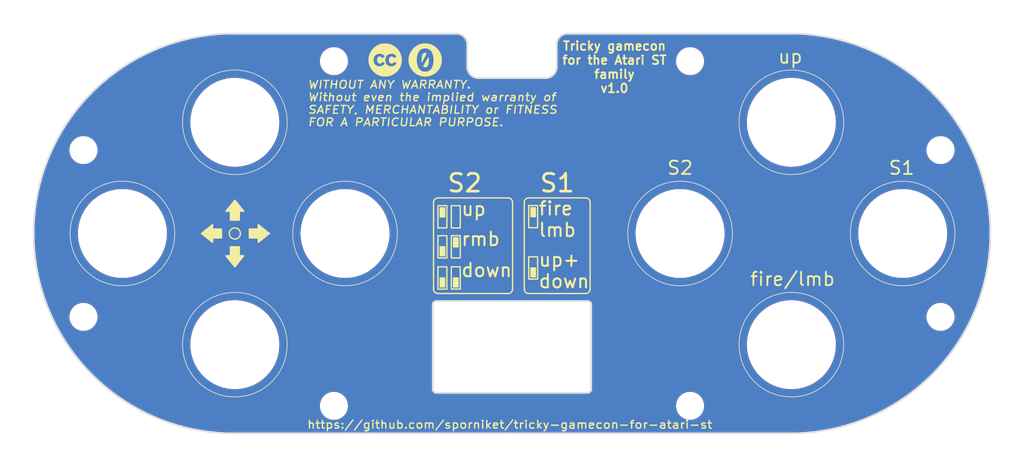
<source format=kicad_pcb>
(kicad_pcb (version 20221018) (generator pcbnew)
  (title_block (title "Tricky GAMe CONtroller for the Atari ST family -- Front plate") (date "2023-11-08") (rev "v1.0.0-RC1") (company "Sporniket") (comment 3 "https://github.com/sporniket/tricky-gamecon-for-atari-st--front") (comment 4 "Original repository"))
  (layers (0 "F.Cu" signal) (31 "B.Cu" signal) (34 "B.Paste" user) (35 "F.Paste" user) (36 "B.SilkS" user "B.Silkscreen") (37 "F.SilkS" user "F.Silkscreen") (38 "B.Mask" user) (39 "F.Mask" user) (44 "Edge.Cuts" user))
  (net 0 "")
  (net 1 "GND")
  (footprint "cliparts:logo--cc--cc" (layer "F.Cu") (at 74.422 100.838)
    (fp_text reference "G***" hide)
    (fp_text value "LOGO" hide)
    (fp_poly (pts (xy 0.181573 -1.88911) (xy 0.356543 -1.871074) (xy 0.516513 -1.837606) (xy 0.67123 -1.78662) (xy 0.830442 -1.716032) (xy 0.843643 -1.709487) (xy 1.070063 -1.576968) (xy 1.272256 -1.418939) (xy 1.448851 -1.23807) (xy 1.59848 -1.037032) (xy 1.719773 -0.818495) (xy 1.81136 -0.585129) (xy 1.871872 -0.339604) (xy 1.899941 -0.084591) (xy 1.894196 0.177239) (xy 1.878437 0.308429) (xy 1.853943 0.448409) (xy 1.825086 0.566605) (xy 1.787398 0.677514) (xy 1.736411 0.795637) (xy 1.71349 0.843643) (xy 1.594377 1.04822) (xy 1.445139 1.238044) (xy 1.270073 1.409836) (xy 1.073479 1.560318) (xy 0.859654 1.686213) (xy 0.632895 1.784243) (xy 0.397503 1.85113) (xy 0.390465 1.852598) (xy 0.274583 1.870164) (xy 0.137355 1.881003) (xy -0.009239 1.885001) (xy -0.153222 1.882044) (xy -0.282615 1.872018) (xy -0.362857 1.859794) (xy -0.608774 1.792389) (xy -0.84152 1.692819) (xy -1.058442 1.563648) (xy -1.256888 1.407438) (xy -1.434207 1.226752) (xy -1.587745 1.024153) (xy -1.714851 0.802205) (xy -1.812872 0.563469) (xy -1.855612 0.417286) (xy -1.881501 0.273424) (xy -1.894726 0.10788) (xy -1.895294 -0.034735) (xy -1.3212 -0.034735) (xy -1.318302 0.081038) (xy -1.290796 0.243029) (xy -1.237057 0.381658) (xy -1.155967 0.499747) (xy -1.150236 0.506209) (xy -1.04068 0.601841) (xy -0.911682 0.669965) (xy -0.768744 0.709424) (xy -0.617371 0.719062) (xy -0.463063 0.697722) (xy -0.371906 0.669772) (xy -0.295824 0.634434) (xy -0.224288 0.584414) (xy -0.149678 0.515804) (xy -0.098676 0.46176) (xy -0.05957 0.414453) (xy -0.038389 0.381431) (xy -0.036285 0.373837) (xy -0.052325 0.350606) (xy -0.096884 0.318213) (xy -0.164235 0.280736) (xy -0.292185 0.216302) (xy -0.368342 0.299837) (xy -0.428999 0.357355) (xy -0.486889 0.390111) (xy -0.522838 0.400697) (xy -0.618426 0.407074) (xy -0.70938 0.386575) (xy -0.783917 0.342107) (xy -0.792298 0.334209) (xy -0.846678 0.256777) (xy -0.883244 0.157152) (xy -0.901671 0.044798) (xy -0.901658 -0.000564) (xy 0.021925 -0.000564) (xy 0.032819 0.147536) (xy 0.067865 0.289005) (xy 0.127017 0.417388) (xy 0.210228 0.526226) (xy 0.228506 0.543934) (xy 0.349757 0.631795) (xy 0.487782 0.69001) (xy 0.637194 0.717665) (xy 0.792606 0.713848) (xy 0.948631 0.677644) (xy 0.970666 0.669772) (xy 1.046747 0.634434) (xy 1.118283 0.584414) (xy 1.192893 0.515804) (xy 1.243904 0.46171) (xy 1.283013 0.414289) (xy 1.304188 0.381114) (xy 1.306286 0.37346) (xy 1.29179 0.351835) (xy 1.254093 0.323517) (xy 1.201883 0.292771) (xy 1.143849 0.263861) (xy 1.088679 0.241053) (xy 1.04506 0.22861) (xy 1.021681 0.230797) (xy 1.02029 0.23308) (xy 1.003623 0.261215) (xy 0.972063 0.302343) (xy 0.959106 0.317537) (xy 0.886365 0.374553) (xy 0.797859 0.403743) (xy 0.702027 0.404313) (xy 0.607307 0.375471) (xy 0.569508 0.354149) (xy 0.517338 0.300429) (xy 0.476897 0.220085) (xy 0.449855 0.121353) (xy 0.43788 0.012473) (xy 0.442643 -0.098318) (xy 0.460246 -0.18494) (xy 0.503984 -0.281315) (xy 0.567876 -0.351762) (xy 0.645923 -0.394996) (xy 0.732128 -0.409727) (xy 0.820491 -0.394669) (xy 0.905013 -0.348535) (xy 0.962346 -0.292681) (xy 1.016645 -0.226807) (xy 1.156522 -0.30268) (xy 1.219954 -0.338556) (xy 1.269762 -0.369494) (xy 1.298243 -0.390592) (xy 1.301968 -0.395261) (xy 1.293807 -0.420456) (xy 1.263689 -0.46093) (xy 1.218455 -0.509885) (xy 1.164944 -0.560519) (xy 1.109995 -0.606035) (xy 1.060447 -0.639631) (xy 1.0511 -0.644672) (xy 0.911788 -0.696839) (xy 0.763841 -0.719532) (xy 0.614253 -0.713716) (xy 0.470018 -0.680356) (xy 0.338131 -0.620416) (xy 0.225585 -0.534862) (xy 0.220802 -0.530141) (xy 0.134623 -0.420083) (xy 0.072781 -0.29083) (xy 0.035231 -0.148838) (xy 0.021925 -0.000564) (xy -0.901658 -0.000564) (xy -0.901636 -0.070823) (xy -0.882815 -0.180246) (xy -0.844886 -0.274009) (xy -0.814547 -0.31687) (xy -0.740947 -0.375776) (xy -0.655247 -0.404356) (xy -0.56465 -0.403011) (xy -0.476356 -0.372142) (xy -0.397567 -0.31215) (xy -0.380225 -0.292681) (xy -0.325926 -0.226807) (xy -0.186049 -0.30268) (xy -0.12248 -0.338813) (xy -0.072453 -0.370357) (xy -0.043729 -0.392287) (xy -0.039923 -0.397301) (xy -0.048117 -0.422599) (xy -0.078488 -0.462977) (xy -0.124195 -0.511726) (xy -0.178395 -0.562141) (xy -0.234249 -0.607514) (xy -0.284915 -0.641138) (xy -0.293064 -0.645479) (xy -0.421737 -0.692962) (xy -0.565556 -0.716327) (xy -0.713429 -0.715426) (xy -0.854269 -0.690113) (xy -0.950387 -0.654165) (xy -1.074292 -0.574791) (xy -1.175104 -0.469605) (xy -1.251046 -0.342163) (xy -1.300338 -0.196021) (xy -1.3212 -0.034735) (xy -1.895294 -0.034735) (xy -1.895423 -0.067078) (xy -1.88373 -0.239179) (xy -1.859785 -0.396155) (xy -1.845815 -0.455728) (xy -1.767541 -0.692448) (xy -1.662289 -0.910967) (xy -1.527044 -1.11655) (xy -1.358789 -1.31446) (xy -1.346304 -1.327531) (xy -1.160235 -1.500286) (xy -0.964759 -1.639929) (xy -0.75504 -1.749348) (xy -0.526241 -1.831427) (xy -0.480631 -1.844059) (xy -0.402317 -1.863556) (xy -0.332789 -1.877142) (xy -0.261944 -1.885903) (xy -0.17968 -1.890926) (xy -0.075895 -1.893297) (xy -0.018143 -1.893796) (xy 0.181573 -1.88911)) (stroke (width 0.01)) (fill solid) (layer "F.SilkS"))
  )
  (footprint "MountingHole:MountingHole_2.7mm_M2.5" (layer "F.Cu") (at 109.22 100.965)
    (fp_text reference "H5")
    (fp_text value "M2.5")
    (pad "" np_thru_hole circle (at 0 0) (size 2.7 2.7) (drill 2.7) (layers "*.Cu" "*.Mask"))
  )
  (footprint "MountingHole:MountingHole_2.7mm_M2.5" (layer "F.Cu") (at 40.005 130.175)
    (fp_text reference "H2")
    (fp_text value "M2.5")
    (pad "" np_thru_hole circle (at 0 0) (size 2.7 2.7) (drill 2.7) (layers "*.Cu" "*.Mask"))
  )
  (footprint "MountingHole:MountingHole_2.7mm_M2.5" (layer "F.Cu") (at 109.22 140.335)
    (fp_text reference "H6")
    (fp_text value "M2.5")
    (pad "" np_thru_hole circle (at 0 0) (size 2.7 2.7) (drill 2.7) (layers "*.Cu" "*.Mask"))
  )
  (footprint "MountingHole:MountingHole_2.7mm_M2.5" (layer "F.Cu") (at 68.58 100.965)
    (fp_text reference "H3")
    (fp_text value "M2.5")
    (pad "" np_thru_hole circle (at 0 0) (size 2.7 2.7) (drill 2.7) (layers "*.Cu" "*.Mask"))
  )
  (footprint "MountingHole:MountingHole_2.7mm_M2.5" (layer "F.Cu") (at 40.005 111.125)
    (fp_text reference "H1")
    (fp_text value "M2.5")
    (pad "" np_thru_hole circle (at 0 0) (size 2.7 2.7) (drill 2.7) (layers "*.Cu" "*.Mask"))
  )
  (footprint "cliparts:logo--cc--zero" (layer "F.Cu") (at 78.994 100.838)
    (fp_text reference "G***" hide)
    (fp_text value "LOGO" hide)
    (fp_poly (pts (xy 0.057321 -0.830424) (xy 0.083463 -0.820686) (xy 0.117309 -0.780814) (xy 0.137478 -0.725549) (xy 0.137747 -0.680571) (xy 0.127503 -0.657424) (xy 0.102603 -0.607525) (xy 0.06567 -0.535781) (xy 0.019328 -0.447098) (xy -0.033802 -0.346382) (xy -0.091097 -0.238539) (xy -0.149934 -0.128475) (xy -0.20769 -0.021096) (xy -0.261742 0.07869) (xy -0.309468 0.165979) (xy -0.348245 0.235863) (xy -0.375451 0.283438) (xy -0.388462 0.303795) (xy -0.388486 0.30382) (xy -0.393459 0.290764) (xy -0.400181 0.249603) (xy -0.407406 0.188391) (xy -0.40931 0.169171) (xy -0.413139 0.092066) (xy -0.413075 -0.007241) (xy -0.409332 -0.114899) (xy -0.403675 -0.199571) (xy -0.382038 -0.376288) (xy -0.349163 -0.520517) (xy -0.304017 -0.634591) (xy -0.245569 -0.720841) (xy -0.172787 -0.781601) (xy -0.138177 -0.799862) (xy -0.070544 -0.82254) (xy -0.001027 -0.833136) (xy 0.057321 -0.830424)) (stroke (width 0.01)) (fill solid) (layer "F.SilkS"))
    (fp_poly (pts (xy 0.383764 -0.357274) (xy 0.393353 -0.321778) (xy 0.40108 -0.257806) (xy 0.406723 -0.173131) (xy 0.41006 -0.075525) (xy 0.410869 0.027239) (xy 0.408929 0.127388) (xy 0.404016 0.217149) (xy 0.401074 0.249312) (xy 0.3739 0.425253) (xy 0.333003 0.568124) (xy 0.278198 0.678521) (xy 0.261348 0.702372) (xy 0.190452 0.769059) (xy 0.101924 0.813267) (xy 0.00607 0.831874) (xy -0.086801 0.82176) (xy -0.108484 0.814324) (xy -0.177149 0.773742) (xy -0.212652 0.720491) (xy -0.217714 0.686685) (xy -0.209228 0.658752) (xy -0.185436 0.606283) (xy -0.14884 0.53362) (xy -0.101939 0.445101) (xy -0.047235 0.345066) (xy 0.012774 0.237856) (xy 0.075585 0.12781) (xy 0.138699 0.019269) (xy 0.199616 -0.083428) (xy 0.255834 -0.175941) (xy 0.304853 -0.253931) (xy 0.344174 -0.313056) (xy 0.371295 -0.348978) (xy 0.383716 -0.357356) (xy 0.383764 -0.357274)) (stroke (width 0.01)) (fill solid) (layer "F.SilkS"))
    (fp_poly (pts (xy 0.165523 -1.89717) (xy 0.419686 -1.859637) (xy 0.664181 -1.787833) (xy 0.896761 -1.682579) (xy 1.115182 -1.544698) (xy 1.304474 -1.38712) (xy 1.481837 -1.195152) (xy 1.631406 -0.981221) (xy 1.750897 -0.749165) (xy 1.838026 -0.502822) (xy 1.844128 -0.480359) (xy 1.863624 -0.401998) (xy 1.877214 -0.332288) (xy 1.885988 -0.26112) (xy 1.891036 -0.178383) (xy 1.893449 -0.073966) (xy 1.893958 -0.018143) (xy 1.893143 0.121119) (xy 1.888203 0.233522) (xy 1.878477 0.32833) (xy 1.8633 0.414805) (xy 1.862771 0.417286) (xy 1.792249 0.662677) (xy 1.689954 0.891356) (xy 1.557011 1.101922) (xy 1.394546 1.292972) (xy 1.203684 1.463102) (xy 0.985551 1.61091) (xy 0.843643 1.687511) (xy 0.704335 1.75318) (xy 0.582976 1.801925) (xy 0.469017 1.836271) (xy 0.351906 1.858744) (xy 0.221093 1.871867) (xy 0.066027 1.878168) (xy 0.045357 1.878584) (xy -0.057047 1.87988) (xy -0.149573 1.879943) (xy -0.22482 1.878851) (xy -0.275389 1.876683) (xy -0.290286 1.875007) (xy -0.554392 1.807678) (xy -0.795148 1.713832) (xy -1.015524 1.591928) (xy -1.218493 1.440426) (xy -1.333868 1.333968) (xy -1.511617 1.132692) (xy -1.657864 0.913606) (xy -1.77222 0.677378) (xy -1.84672 0.45378) (xy -1.865359 0.379667) (xy -1.878292 0.31352) (xy -1.886515 0.245572) (xy -1.891027 0.166054) (xy -1.892822 0.065197) (xy -1.892977 0.011949) (xy -0.962263 0.011949) (xy -0.952186 0.225626) (xy -0.922519 0.434426) (xy -0.872812 0.63303) (xy -0.802618 0.816122) (xy -0.796966 0.828134) (xy -0.702488 0.988993) (xy -0.587229 1.120459) (xy -0.45277 1.221717) (xy -0.300691 1.29195) (xy -0.132571 1.330343) (xy 0.050008 1.33608) (xy 0.163286 1.323908) (xy 0.326889 1.280535) (xy 0.476659 1.204962) (xy 0.609024 1.099792) (xy 0.720412 0.967631) (xy 0.774855 0.878033) (xy 0.844141 0.718825) (xy 0.897988 0.533618) (xy 0.935244 0.329766) (xy 0.954756 0.114625) (xy 0.955373 -0.104449) (xy 0.947333 -0.222973) (xy 0.912947 -0.464304) (xy 0.858093 -0.676541) (xy 0.782907 -0.859426) (xy 0.687524 -1.0127) (xy 0.57208 -1.136105) (xy 0.436711 -1.229384) (xy 0.411082 -1.242542) (xy 0.249752 -1.303406) (xy 0.082219 -1.333412) (xy -0.086049 -1.333434) (xy -0.249586 -1.304349) (xy -0.402924 -1.247033) (xy -0.540596 -1.16236) (xy -0.636437 -1.074798) (xy -0.734485 -0.943512) (xy -0.815634 -0.785201) (xy -0.879434 -0.605182) (xy -0.925439 -0.408773) (xy -0.953198 -0.20129) (xy -0.962263 0.011949) (xy -1.892977 0.011949) (xy -1.893012 0) (xy -1.892259 -0.115871) (xy -1.889329 -0.205279) (xy -1.883215 -0.278029) (xy -1.87291 -0.343923) (xy -1.857409 -0.412765) (xy -1.846226 -0.455728) (xy -1.765836 -0.697077) (xy -1.658279 -0.918824) (xy -1.520588 -1.126164) (xy -1.350311 -1.323756) (xy -1.159879 -1.500692) (xy -0.961487 -1.643312) (xy -0.751606 -1.753235) (xy -0.526709 -1.832081) (xy -0.283267 -1.88147) (xy -0.096062 -1.899611) (xy 0.165523 -1.89717)) (stroke (width 0.01)) (fill solid) (layer "F.SilkS"))
  )
  (footprint "MountingHole:MountingHole_2.7mm_M2.5" (layer "F.Cu") (at 137.795 111.125)
    (fp_text reference "H7")
    (fp_text value "M2.5")
    (pad "" np_thru_hole circle (at 0 0) (size 2.7 2.7) (drill 2.7) (layers "*.Cu" "*.Mask"))
  )
  (footprint "MountingHole:MountingHole_2.7mm_M2.5" (layer "F.Cu") (at 68.58 140.335)
    (fp_text reference "H4")
    (fp_text value "M2.5")
    (pad "" np_thru_hole circle (at 0 0) (size 2.7 2.7) (drill 2.7) (layers "*.Cu" "*.Mask"))
  )
  (footprint "MountingHole:MountingHole_2.7mm_M2.5" (layer "F.Cu") (at 137.795 130.175)
    (fp_text reference "H8")
    (fp_text value "M2.5")
    (pad "" np_thru_hole circle (at 0 0) (size 2.7 2.7) (drill 2.7) (layers "*.Cu" "*.Mask"))
  )
  (gr_arc (start 97.81179 127) (mid 97.663 127.35921) (end 97.30379 127.508) (stroke (width 0.15)) (layer "F.SilkS"))
  (gr_arc (start 88.4555 116.586) (mid 88.81471 116.73479) (end 88.9635 117.094) (stroke (width 0.15)) (layer "F.SilkS"))
  (gr_line (start 90.805 127.508) (end 97.30379 127.508) (stroke (width 0.15)) (layer "F.SilkS"))
  (gr_line (start 80.4545 127.508) (end 88.4555 127.508) (stroke (width 0.15)) (layer "F.SilkS"))
  (gr_poly (pts (xy 57.277 124.46) (xy 58.293 123.19) (xy 57.785 123.19) (xy 57.785 122.174) (xy 56.769 122.174) (xy 56.769 123.19) (xy 56.261 123.19)) (stroke (width 0.15)) (fill solid) (layer "F.SilkS"))
  (gr_rect (start 91.059 117.70721) (end 91.567 118.72321) (stroke (width 0.15)) (fill solid) (layer "F.SilkS"))
  (gr_arc (start 90.805 127.508) (mid 90.44579 127.35921) (end 90.297 127) (stroke (width 0.15)) (layer "F.SilkS"))
  (gr_rect (start 90.805 117.45321) (end 91.821 119.99321) (stroke (width 0.15)) (fill none) (layer "F.SilkS"))
  (gr_rect (start 81.9785 117.475) (end 82.9945 120.015) (stroke (width 0.15)) (fill none) (layer "F.SilkS"))
  (gr_poly (pts (xy 59.944 121.666) (xy 61.214 120.65) (xy 59.944 119.634) (xy 59.944 120.142) (xy 58.928 120.142) (xy 58.928 121.158) (xy 59.944 121.158)) (stroke (width 0.15)) (fill solid) (layer "F.SilkS"))
  (gr_line (start 97.81179 127) (end 97.81179 117.094) (stroke (width 0.15)) (layer "F.SilkS"))
  (gr_arc (start 90.297 117.094) (mid 90.44579 116.73479) (end 90.805 116.586) (stroke (width 0.15)) (layer "F.SilkS"))
  (gr_line (start 79.9465 127) (end 79.9465 117.094) (stroke (width 0.15)) (layer "F.SilkS"))
  (gr_arc (start 97.30379 116.586) (mid 97.663 116.73479) (end 97.81179 117.094) (stroke (width 0.15)) (layer "F.SilkS"))
  (gr_line (start 80.4545 116.586) (end 88.4555 116.586) (stroke (width 0.15)) (layer "F.SilkS"))
  (gr_arc (start 88.9635 127) (mid 88.81471 127.35921) (end 88.4555 127.508) (stroke (width 0.15)) (layer "F.SilkS"))
  (gr_rect (start 90.805 123.317) (end 91.821 125.857) (stroke (width 0.15)) (fill none) (layer "F.SilkS"))
  (gr_rect (start 80.4545 117.475) (end 81.4705 120.015) (stroke (width 0.15)) (fill none) (layer "F.SilkS"))
  (gr_arc (start 80.4545 127.508) (mid 80.09529 127.35921) (end 79.9465 127) (stroke (width 0.15)) (layer "F.SilkS"))
  (gr_rect (start 91.059 124.587) (end 91.567 125.603) (stroke (width 0.15)) (fill solid) (layer "F.SilkS"))
  (gr_rect (start 82.2325 125.73) (end 82.7405 126.746) (stroke (width 0.15)) (fill solid) (layer "F.SilkS"))
  (gr_rect (start 82.2325 121.158) (end 82.7405 122.174) (stroke (width 0.15)) (fill solid) (layer "F.SilkS"))
  (gr_rect (start 80.7085 125.73) (end 81.2165 126.746) (stroke (width 0.15)) (fill solid) (layer "F.SilkS"))
  (gr_arc (start 79.9465 117.094) (mid 80.09529 116.73479) (end 80.4545 116.586) (stroke (width 0.15)) (layer "F.SilkS"))
  (gr_rect (start 81.9785 120.904) (end 82.9945 123.444) (stroke (width 0.15)) (fill none) (layer "F.SilkS"))
  (gr_circle (center 57.277 120.65) (end 57.912 120.65) (stroke (width 0.15)) (fill none) (layer "F.SilkS"))
  (gr_rect (start 80.7085 117.729) (end 81.2165 118.745) (stroke (width 0.15)) (fill solid) (layer "F.SilkS"))
  (gr_rect (start 81.9785 124.46) (end 82.9945 127) (stroke (width 0.15)) (fill none) (layer "F.SilkS"))
  (gr_rect (start 80.4545 120.904) (end 81.4705 123.444) (stroke (width 0.15)) (fill none) (layer "F.SilkS"))
  (gr_poly (pts (xy 56.769 119.126) (xy 57.785 119.126) (xy 57.785 118.11) (xy 58.293 118.11) (xy 57.277 116.84) (xy 56.261 118.11) (xy 56.769 118.11)) (stroke (width 0.15)) (fill solid) (layer "F.SilkS"))
  (gr_poly (pts (xy 54.737 121.666) (xy 54.737 121.158) (xy 55.753 121.158) (xy 55.753 120.142) (xy 54.737 120.142) (xy 54.737 119.634) (xy 53.467 120.65)) (stroke (width 0.15)) (fill solid) (layer "F.SilkS"))
  (gr_rect (start 80.7085 122.174) (end 81.2165 123.19) (stroke (width 0.15)) (fill solid) (layer "F.SilkS"))
  (gr_line (start 90.805 116.586) (end 97.30379 116.586) (stroke (width 0.15)) (layer "F.SilkS"))
  (gr_line (start 88.9635 127) (end 88.9635 117.094) (stroke (width 0.15)) (layer "F.SilkS"))
  (gr_line (start 90.297 127) (end 90.297 117.094) (stroke (width 0.15)) (layer "F.SilkS"))
  (gr_rect (start 80.4545 124.46) (end 81.4705 127) (stroke (width 0.15)) (fill none) (layer "F.SilkS"))
  (gr_circle (center 120.777 107.95) (end 126.746 107.95) (stroke (width 0.1)) (fill none) (layer "Edge.Cuts"))
  (gr_line (start 57.15 97.79) (end 82.55 97.79) (stroke (width 0.1)) (layer "Edge.Cuts"))
  (gr_arc (start 57.15 143.51) (mid 34.29 120.65) (end 57.15 97.79) (stroke (width 0.1)) (layer "Edge.Cuts"))
  (gr_line (start 120.65 97.79) (end 95.25 97.79) (stroke (width 0.1)) (layer "Edge.Cuts"))
  (gr_line (start 86.36 102.87) (end 91.44 102.87) (stroke (width 0.1)) (layer "Edge.Cuts"))
  (gr_arc (start 80.264 138.811) (mid 79.994592 138.699408) (end 79.883 138.43) (stroke (width 0.1)) (layer "Edge.Cuts"))
  (gr_arc (start 93.98 99.06) (mid 94.351974 98.161974) (end 95.25 97.79) (stroke (width 0.1)) (layer "Edge.Cuts"))
  (gr_circle (center 57.277 107.95) (end 63.246 107.95) (stroke (width 0.1)) (fill none) (layer "Edge.Cuts"))
  (gr_arc (start 120.65 97.79) (mid 143.51 120.65) (end 120.65 143.51) (stroke (width 0.1)) (layer "Edge.Cuts"))
  (gr_line (start 92.71 102.87) (end 91.44 102.87) (stroke (width 0.1)) (layer "Edge.Cuts"))
  (gr_line (start 85.09 102.87) (end 86.36 102.87) (stroke (width 0.1)) (layer "Edge.Cuts"))
  (gr_arc (start 79.883 128.778) (mid 79.994592 128.508592) (end 80.264 128.397) (stroke (width 0.1)) (layer "Edge.Cuts"))
  (gr_arc (start 82.55 97.79) (mid 83.448026 98.161974) (end 83.82 99.06) (stroke (width 0.1)) (layer "Edge.Cuts"))
  (gr_circle (center 69.85 120.65) (end 75.819 120.65) (stroke (width 0.1)) (fill none) (layer "Edge.Cuts"))
  (gr_circle (center 44.45 120.65) (end 50.419 120.65) (stroke (width 0.1)) (fill none) (layer "Edge.Cuts"))
  (gr_line (start 93.98 99.06) (end 93.98 101.6) (stroke (width 0.1)) (layer "Edge.Cuts"))
  (gr_arc (start 97.536 128.397) (mid 97.805408 128.508592) (end 97.917 128.778) (stroke (width 0.1)) (layer "Edge.Cuts"))
  (gr_line (start 83.82 99.06) (end 83.82 101.6) (stroke (width 0.1)) (layer "Edge.Cuts"))
  (gr_arc (start 85.09 102.87) (mid 84.191974 102.498026) (end 83.82 101.6) (stroke (width 0.1)) (layer "Edge.Cuts"))
  (gr_line (start 97.917 128.778) (end 97.917 138.43) (stroke (width 0.1)) (layer "Edge.Cuts"))
  (gr_arc (start 93.98 101.6) (mid 93.608026 102.498026) (end 92.71 102.87) (stroke (width 0.1)) (layer "Edge.Cuts"))
  (gr_line (start 79.883 138.43) (end 79.883 128.778) (stroke (width 0.1)) (layer "Edge.Cuts"))
  (gr_arc (start 97.917 138.43) (mid 97.805408 138.699408) (end 97.536 138.811) (stroke (width 0.1)) (layer "Edge.Cuts"))
  (gr_circle (center 108.077 120.65) (end 114.046 120.65) (stroke (width 0.1)) (fill none) (layer "Edge.Cuts"))
  (gr_circle (center 57.277 133.35) (end 63.246 133.35) (stroke (width 0.1)) (fill none) (layer "Edge.Cuts"))
  (gr_line (start 80.264 128.397) (end 97.536 128.397) (stroke (width 0.1)) (layer "Edge.Cuts"))
  (gr_circle (center 120.777 133.35) (end 126.746 133.35) (stroke (width 0.1)) (fill none) (layer "Edge.Cuts"))
  (gr_line (start 97.536 138.811) (end 80.264 138.811) (stroke (width 0.1)) (layer "Edge.Cuts"))
  (gr_line (start 57.15 143.51) (end 120.65 143.51) (stroke (width 0.1)) (layer "Edge.Cuts"))
  (gr_circle (center 133.477 120.65) (end 139.446 120.65) (stroke (width 0.1)) (fill none) (layer "Edge.Cuts"))
  (gr_text "up" (at 120.65 101.346) (layer "F.SilkS") (effects (font (size 1.524 1.524) (thickness 0.2032)) (justify bottom)))
  (gr_text "WITHOUT ANY WARRANTY.\nWithout even the implied warranty of\nSAFETY, MERCHANTABILITY or FITNESS\nFOR A PARTICULAR PURPOSE." (at 65.532 108.458) (layer "F.SilkS") (effects (font (size 0.889 1) (thickness 0.15) italic) (justify left bottom)))
  (gr_text "up" (at 82.9945 118.745) (layer "F.SilkS") (effects (font (size 1.524 1.524) (thickness 0.2286)) (justify left bottom)))
  (gr_text "fire\nlmb" (at 91.821 121.13621) (layer "F.SilkS") (effects (font (size 1.524 1.524) (thickness 0.2286)) (justify left bottom)))
  (gr_text "down" (at 82.9945 125.73) (layer "F.SilkS") (effects (font (size 1.524 1.524) (thickness 0.2286)) (justify left bottom)))
  (gr_text "S2" (at 83.5025 116.078) (layer "F.SilkS") (effects (font (size 2.032 2.032) (thickness 0.3048)) (justify bottom)))
  (gr_text "S1" (at 94.054395 116.078) (layer "F.SilkS") (effects (font (size 2.032 2.032) (thickness 0.3048)) (justify bottom)))
  (gr_text "fire/lmb" (at 120.904 126.746) (layer "F.SilkS") (effects (font (size 1.524 1.524) (thickness 0.2032)) (justify bottom)))
  (gr_text "up+\ndown" (at 91.821 127) (layer "F.SilkS") (effects (font (size 1.524 1.524) (thickness 0.2286)) (justify left bottom)))
  (gr_text "Tricky gamecon\nfor the Atari ST\nfamily\nv1.0" (at 100.584 104.648) (layer "F.SilkS") (effects (font (size 1 1) (thickness 0.2) bold) (justify bottom)))
  (gr_text "S2" (at 108.077 114.046) (layer "F.SilkS") (effects (font (size 1.524 1.524) (thickness 0.2032)) (justify bottom)))
  (gr_text "rmb" (at 82.9945 122.174) (layer "F.SilkS") (effects (font (size 1.524 1.524) (thickness 0.2286)) (justify left bottom)))
  (gr_text "S1" (at 133.35 114.046) (layer "F.SilkS") (effects (font (size 1.524 1.524) (thickness 0.2032)) (justify bottom)))
  (gr_text "https://github.com/sporniket/tricky-gamecon-for-atari-st" (at 88.646 143.002) (layer "F.SilkS") (effects (font (size 0.889 1)) (justify bottom)))
  (zone (net 1) (net_name "GND") (layers "F&B.Cu") (connect_pads (clearance 0.5)) (min_thickness 0.25) (fill yes (thermal_gap 0.5) (thermal_bridge_width 0.5))
    (polygon (pts (xy 30.48 93.98) (xy 147.32 93.98) (xy 147.32 147.32) (xy 30.48 147.32)))
  )
)
</source>
